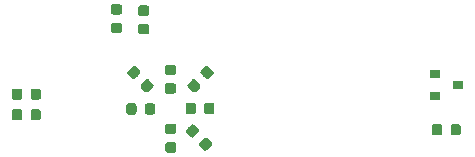
<source format=gbr>
G04 #@! TF.GenerationSoftware,KiCad,Pcbnew,(5.1.2)-1*
G04 #@! TF.CreationDate,2019-08-24T20:09:31-04:00*
G04 #@! TF.ProjectId,REV Type-C V3,52455620-5479-4706-952d-432056332e6b,rev?*
G04 #@! TF.SameCoordinates,Original*
G04 #@! TF.FileFunction,Paste,Bot*
G04 #@! TF.FilePolarity,Positive*
%FSLAX46Y46*%
G04 Gerber Fmt 4.6, Leading zero omitted, Abs format (unit mm)*
G04 Created by KiCad (PCBNEW (5.1.2)-1) date 2019-08-24 20:09:31*
%MOMM*%
%LPD*%
G04 APERTURE LIST*
%ADD10C,0.100000*%
%ADD11C,0.875000*%
%ADD12R,0.900000X0.800000*%
G04 APERTURE END LIST*
D10*
G36*
X126807681Y-79796379D02*
G01*
X126828916Y-79799529D01*
X126849740Y-79804745D01*
X126869952Y-79811977D01*
X126889358Y-79821156D01*
X126907771Y-79832192D01*
X126925014Y-79844980D01*
X126940920Y-79859396D01*
X126955336Y-79875302D01*
X126968124Y-79892545D01*
X126979160Y-79910958D01*
X126988339Y-79930364D01*
X126995571Y-79950576D01*
X127000787Y-79971400D01*
X127003937Y-79992635D01*
X127004990Y-80014076D01*
X127004990Y-80451576D01*
X127003937Y-80473017D01*
X127000787Y-80494252D01*
X126995571Y-80515076D01*
X126988339Y-80535288D01*
X126979160Y-80554694D01*
X126968124Y-80573107D01*
X126955336Y-80590350D01*
X126940920Y-80606256D01*
X126925014Y-80620672D01*
X126907771Y-80633460D01*
X126889358Y-80644496D01*
X126869952Y-80653675D01*
X126849740Y-80660907D01*
X126828916Y-80666123D01*
X126807681Y-80669273D01*
X126786240Y-80670326D01*
X126273740Y-80670326D01*
X126252299Y-80669273D01*
X126231064Y-80666123D01*
X126210240Y-80660907D01*
X126190028Y-80653675D01*
X126170622Y-80644496D01*
X126152209Y-80633460D01*
X126134966Y-80620672D01*
X126119060Y-80606256D01*
X126104644Y-80590350D01*
X126091856Y-80573107D01*
X126080820Y-80554694D01*
X126071641Y-80535288D01*
X126064409Y-80515076D01*
X126059193Y-80494252D01*
X126056043Y-80473017D01*
X126054990Y-80451576D01*
X126054990Y-80014076D01*
X126056043Y-79992635D01*
X126059193Y-79971400D01*
X126064409Y-79950576D01*
X126071641Y-79930364D01*
X126080820Y-79910958D01*
X126091856Y-79892545D01*
X126104644Y-79875302D01*
X126119060Y-79859396D01*
X126134966Y-79844980D01*
X126152209Y-79832192D01*
X126170622Y-79821156D01*
X126190028Y-79811977D01*
X126210240Y-79804745D01*
X126231064Y-79799529D01*
X126252299Y-79796379D01*
X126273740Y-79795326D01*
X126786240Y-79795326D01*
X126807681Y-79796379D01*
X126807681Y-79796379D01*
G37*
D11*
X126529990Y-80232826D03*
D10*
G36*
X126807681Y-78221379D02*
G01*
X126828916Y-78224529D01*
X126849740Y-78229745D01*
X126869952Y-78236977D01*
X126889358Y-78246156D01*
X126907771Y-78257192D01*
X126925014Y-78269980D01*
X126940920Y-78284396D01*
X126955336Y-78300302D01*
X126968124Y-78317545D01*
X126979160Y-78335958D01*
X126988339Y-78355364D01*
X126995571Y-78375576D01*
X127000787Y-78396400D01*
X127003937Y-78417635D01*
X127004990Y-78439076D01*
X127004990Y-78876576D01*
X127003937Y-78898017D01*
X127000787Y-78919252D01*
X126995571Y-78940076D01*
X126988339Y-78960288D01*
X126979160Y-78979694D01*
X126968124Y-78998107D01*
X126955336Y-79015350D01*
X126940920Y-79031256D01*
X126925014Y-79045672D01*
X126907771Y-79058460D01*
X126889358Y-79069496D01*
X126869952Y-79078675D01*
X126849740Y-79085907D01*
X126828916Y-79091123D01*
X126807681Y-79094273D01*
X126786240Y-79095326D01*
X126273740Y-79095326D01*
X126252299Y-79094273D01*
X126231064Y-79091123D01*
X126210240Y-79085907D01*
X126190028Y-79078675D01*
X126170622Y-79069496D01*
X126152209Y-79058460D01*
X126134966Y-79045672D01*
X126119060Y-79031256D01*
X126104644Y-79015350D01*
X126091856Y-78998107D01*
X126080820Y-78979694D01*
X126071641Y-78960288D01*
X126064409Y-78940076D01*
X126059193Y-78919252D01*
X126056043Y-78898017D01*
X126054990Y-78876576D01*
X126054990Y-78439076D01*
X126056043Y-78417635D01*
X126059193Y-78396400D01*
X126064409Y-78375576D01*
X126071641Y-78355364D01*
X126080820Y-78335958D01*
X126091856Y-78317545D01*
X126104644Y-78300302D01*
X126119060Y-78284396D01*
X126134966Y-78269980D01*
X126152209Y-78257192D01*
X126170622Y-78246156D01*
X126190028Y-78236977D01*
X126210240Y-78229745D01*
X126231064Y-78224529D01*
X126252299Y-78221379D01*
X126273740Y-78220326D01*
X126786240Y-78220326D01*
X126807681Y-78221379D01*
X126807681Y-78221379D01*
G37*
D11*
X126529990Y-78657826D03*
D10*
G36*
X128411111Y-78279580D02*
G01*
X128432346Y-78282730D01*
X128453170Y-78287946D01*
X128473382Y-78295178D01*
X128492788Y-78304357D01*
X128511201Y-78315393D01*
X128528444Y-78328181D01*
X128544350Y-78342597D01*
X128853709Y-78651956D01*
X128868125Y-78667862D01*
X128880913Y-78685105D01*
X128891949Y-78703518D01*
X128901128Y-78722924D01*
X128908360Y-78743136D01*
X128913576Y-78763960D01*
X128916726Y-78785195D01*
X128917779Y-78806636D01*
X128916726Y-78828077D01*
X128913576Y-78849312D01*
X128908360Y-78870136D01*
X128901128Y-78890348D01*
X128891949Y-78909754D01*
X128880913Y-78928167D01*
X128868125Y-78945410D01*
X128853709Y-78961316D01*
X128491316Y-79323709D01*
X128475410Y-79338125D01*
X128458167Y-79350913D01*
X128439754Y-79361949D01*
X128420348Y-79371128D01*
X128400136Y-79378360D01*
X128379312Y-79383576D01*
X128358077Y-79386726D01*
X128336636Y-79387779D01*
X128315195Y-79386726D01*
X128293960Y-79383576D01*
X128273136Y-79378360D01*
X128252924Y-79371128D01*
X128233518Y-79361949D01*
X128215105Y-79350913D01*
X128197862Y-79338125D01*
X128181956Y-79323709D01*
X127872597Y-79014350D01*
X127858181Y-78998444D01*
X127845393Y-78981201D01*
X127834357Y-78962788D01*
X127825178Y-78943382D01*
X127817946Y-78923170D01*
X127812730Y-78902346D01*
X127809580Y-78881111D01*
X127808527Y-78859670D01*
X127809580Y-78838229D01*
X127812730Y-78816994D01*
X127817946Y-78796170D01*
X127825178Y-78775958D01*
X127834357Y-78756552D01*
X127845393Y-78738139D01*
X127858181Y-78720896D01*
X127872597Y-78704990D01*
X128234990Y-78342597D01*
X128250896Y-78328181D01*
X128268139Y-78315393D01*
X128286552Y-78304357D01*
X128305958Y-78295178D01*
X128326170Y-78287946D01*
X128346994Y-78282730D01*
X128368229Y-78279580D01*
X128389670Y-78278527D01*
X128411111Y-78279580D01*
X128411111Y-78279580D01*
G37*
D11*
X128363153Y-78833153D03*
D10*
G36*
X129524805Y-79393274D02*
G01*
X129546040Y-79396424D01*
X129566864Y-79401640D01*
X129587076Y-79408872D01*
X129606482Y-79418051D01*
X129624895Y-79429087D01*
X129642138Y-79441875D01*
X129658044Y-79456291D01*
X129967403Y-79765650D01*
X129981819Y-79781556D01*
X129994607Y-79798799D01*
X130005643Y-79817212D01*
X130014822Y-79836618D01*
X130022054Y-79856830D01*
X130027270Y-79877654D01*
X130030420Y-79898889D01*
X130031473Y-79920330D01*
X130030420Y-79941771D01*
X130027270Y-79963006D01*
X130022054Y-79983830D01*
X130014822Y-80004042D01*
X130005643Y-80023448D01*
X129994607Y-80041861D01*
X129981819Y-80059104D01*
X129967403Y-80075010D01*
X129605010Y-80437403D01*
X129589104Y-80451819D01*
X129571861Y-80464607D01*
X129553448Y-80475643D01*
X129534042Y-80484822D01*
X129513830Y-80492054D01*
X129493006Y-80497270D01*
X129471771Y-80500420D01*
X129450330Y-80501473D01*
X129428889Y-80500420D01*
X129407654Y-80497270D01*
X129386830Y-80492054D01*
X129366618Y-80484822D01*
X129347212Y-80475643D01*
X129328799Y-80464607D01*
X129311556Y-80451819D01*
X129295650Y-80437403D01*
X128986291Y-80128044D01*
X128971875Y-80112138D01*
X128959087Y-80094895D01*
X128948051Y-80076482D01*
X128938872Y-80057076D01*
X128931640Y-80036864D01*
X128926424Y-80016040D01*
X128923274Y-79994805D01*
X128922221Y-79973364D01*
X128923274Y-79951923D01*
X128926424Y-79930688D01*
X128931640Y-79909864D01*
X128938872Y-79889652D01*
X128948051Y-79870246D01*
X128959087Y-79851833D01*
X128971875Y-79834590D01*
X128986291Y-79818684D01*
X129348684Y-79456291D01*
X129364590Y-79441875D01*
X129381833Y-79429087D01*
X129400246Y-79418051D01*
X129419652Y-79408872D01*
X129439864Y-79401640D01*
X129460688Y-79396424D01*
X129481923Y-79393274D01*
X129503364Y-79392221D01*
X129524805Y-79393274D01*
X129524805Y-79393274D01*
G37*
D11*
X129476847Y-79946847D03*
D10*
G36*
X123430191Y-76496053D02*
G01*
X123451426Y-76499203D01*
X123472250Y-76504419D01*
X123492462Y-76511651D01*
X123511868Y-76520830D01*
X123530281Y-76531866D01*
X123547524Y-76544654D01*
X123563430Y-76559070D01*
X123577846Y-76574976D01*
X123590634Y-76592219D01*
X123601670Y-76610632D01*
X123610849Y-76630038D01*
X123618081Y-76650250D01*
X123623297Y-76671074D01*
X123626447Y-76692309D01*
X123627500Y-76713750D01*
X123627500Y-77226250D01*
X123626447Y-77247691D01*
X123623297Y-77268926D01*
X123618081Y-77289750D01*
X123610849Y-77309962D01*
X123601670Y-77329368D01*
X123590634Y-77347781D01*
X123577846Y-77365024D01*
X123563430Y-77380930D01*
X123547524Y-77395346D01*
X123530281Y-77408134D01*
X123511868Y-77419170D01*
X123492462Y-77428349D01*
X123472250Y-77435581D01*
X123451426Y-77440797D01*
X123430191Y-77443947D01*
X123408750Y-77445000D01*
X122971250Y-77445000D01*
X122949809Y-77443947D01*
X122928574Y-77440797D01*
X122907750Y-77435581D01*
X122887538Y-77428349D01*
X122868132Y-77419170D01*
X122849719Y-77408134D01*
X122832476Y-77395346D01*
X122816570Y-77380930D01*
X122802154Y-77365024D01*
X122789366Y-77347781D01*
X122778330Y-77329368D01*
X122769151Y-77309962D01*
X122761919Y-77289750D01*
X122756703Y-77268926D01*
X122753553Y-77247691D01*
X122752500Y-77226250D01*
X122752500Y-76713750D01*
X122753553Y-76692309D01*
X122756703Y-76671074D01*
X122761919Y-76650250D01*
X122769151Y-76630038D01*
X122778330Y-76610632D01*
X122789366Y-76592219D01*
X122802154Y-76574976D01*
X122816570Y-76559070D01*
X122832476Y-76544654D01*
X122849719Y-76531866D01*
X122868132Y-76520830D01*
X122887538Y-76511651D01*
X122907750Y-76504419D01*
X122928574Y-76499203D01*
X122949809Y-76496053D01*
X122971250Y-76495000D01*
X123408750Y-76495000D01*
X123430191Y-76496053D01*
X123430191Y-76496053D01*
G37*
D11*
X123190000Y-76970000D03*
D10*
G36*
X125005191Y-76496053D02*
G01*
X125026426Y-76499203D01*
X125047250Y-76504419D01*
X125067462Y-76511651D01*
X125086868Y-76520830D01*
X125105281Y-76531866D01*
X125122524Y-76544654D01*
X125138430Y-76559070D01*
X125152846Y-76574976D01*
X125165634Y-76592219D01*
X125176670Y-76610632D01*
X125185849Y-76630038D01*
X125193081Y-76650250D01*
X125198297Y-76671074D01*
X125201447Y-76692309D01*
X125202500Y-76713750D01*
X125202500Y-77226250D01*
X125201447Y-77247691D01*
X125198297Y-77268926D01*
X125193081Y-77289750D01*
X125185849Y-77309962D01*
X125176670Y-77329368D01*
X125165634Y-77347781D01*
X125152846Y-77365024D01*
X125138430Y-77380930D01*
X125122524Y-77395346D01*
X125105281Y-77408134D01*
X125086868Y-77419170D01*
X125067462Y-77428349D01*
X125047250Y-77435581D01*
X125026426Y-77440797D01*
X125005191Y-77443947D01*
X124983750Y-77445000D01*
X124546250Y-77445000D01*
X124524809Y-77443947D01*
X124503574Y-77440797D01*
X124482750Y-77435581D01*
X124462538Y-77428349D01*
X124443132Y-77419170D01*
X124424719Y-77408134D01*
X124407476Y-77395346D01*
X124391570Y-77380930D01*
X124377154Y-77365024D01*
X124364366Y-77347781D01*
X124353330Y-77329368D01*
X124344151Y-77309962D01*
X124336919Y-77289750D01*
X124331703Y-77268926D01*
X124328553Y-77247691D01*
X124327500Y-77226250D01*
X124327500Y-76713750D01*
X124328553Y-76692309D01*
X124331703Y-76671074D01*
X124336919Y-76650250D01*
X124344151Y-76630038D01*
X124353330Y-76610632D01*
X124364366Y-76592219D01*
X124377154Y-76574976D01*
X124391570Y-76559070D01*
X124407476Y-76544654D01*
X124424719Y-76531866D01*
X124443132Y-76520830D01*
X124462538Y-76511651D01*
X124482750Y-76504419D01*
X124503574Y-76499203D01*
X124524809Y-76496053D01*
X124546250Y-76495000D01*
X124983750Y-76495000D01*
X125005191Y-76496053D01*
X125005191Y-76496053D01*
G37*
D11*
X124765000Y-76970000D03*
D10*
G36*
X130030191Y-76446053D02*
G01*
X130051426Y-76449203D01*
X130072250Y-76454419D01*
X130092462Y-76461651D01*
X130111868Y-76470830D01*
X130130281Y-76481866D01*
X130147524Y-76494654D01*
X130163430Y-76509070D01*
X130177846Y-76524976D01*
X130190634Y-76542219D01*
X130201670Y-76560632D01*
X130210849Y-76580038D01*
X130218081Y-76600250D01*
X130223297Y-76621074D01*
X130226447Y-76642309D01*
X130227500Y-76663750D01*
X130227500Y-77176250D01*
X130226447Y-77197691D01*
X130223297Y-77218926D01*
X130218081Y-77239750D01*
X130210849Y-77259962D01*
X130201670Y-77279368D01*
X130190634Y-77297781D01*
X130177846Y-77315024D01*
X130163430Y-77330930D01*
X130147524Y-77345346D01*
X130130281Y-77358134D01*
X130111868Y-77369170D01*
X130092462Y-77378349D01*
X130072250Y-77385581D01*
X130051426Y-77390797D01*
X130030191Y-77393947D01*
X130008750Y-77395000D01*
X129571250Y-77395000D01*
X129549809Y-77393947D01*
X129528574Y-77390797D01*
X129507750Y-77385581D01*
X129487538Y-77378349D01*
X129468132Y-77369170D01*
X129449719Y-77358134D01*
X129432476Y-77345346D01*
X129416570Y-77330930D01*
X129402154Y-77315024D01*
X129389366Y-77297781D01*
X129378330Y-77279368D01*
X129369151Y-77259962D01*
X129361919Y-77239750D01*
X129356703Y-77218926D01*
X129353553Y-77197691D01*
X129352500Y-77176250D01*
X129352500Y-76663750D01*
X129353553Y-76642309D01*
X129356703Y-76621074D01*
X129361919Y-76600250D01*
X129369151Y-76580038D01*
X129378330Y-76560632D01*
X129389366Y-76542219D01*
X129402154Y-76524976D01*
X129416570Y-76509070D01*
X129432476Y-76494654D01*
X129449719Y-76481866D01*
X129468132Y-76470830D01*
X129487538Y-76461651D01*
X129507750Y-76454419D01*
X129528574Y-76449203D01*
X129549809Y-76446053D01*
X129571250Y-76445000D01*
X130008750Y-76445000D01*
X130030191Y-76446053D01*
X130030191Y-76446053D01*
G37*
D11*
X129790000Y-76920000D03*
D10*
G36*
X128455191Y-76446053D02*
G01*
X128476426Y-76449203D01*
X128497250Y-76454419D01*
X128517462Y-76461651D01*
X128536868Y-76470830D01*
X128555281Y-76481866D01*
X128572524Y-76494654D01*
X128588430Y-76509070D01*
X128602846Y-76524976D01*
X128615634Y-76542219D01*
X128626670Y-76560632D01*
X128635849Y-76580038D01*
X128643081Y-76600250D01*
X128648297Y-76621074D01*
X128651447Y-76642309D01*
X128652500Y-76663750D01*
X128652500Y-77176250D01*
X128651447Y-77197691D01*
X128648297Y-77218926D01*
X128643081Y-77239750D01*
X128635849Y-77259962D01*
X128626670Y-77279368D01*
X128615634Y-77297781D01*
X128602846Y-77315024D01*
X128588430Y-77330930D01*
X128572524Y-77345346D01*
X128555281Y-77358134D01*
X128536868Y-77369170D01*
X128517462Y-77378349D01*
X128497250Y-77385581D01*
X128476426Y-77390797D01*
X128455191Y-77393947D01*
X128433750Y-77395000D01*
X127996250Y-77395000D01*
X127974809Y-77393947D01*
X127953574Y-77390797D01*
X127932750Y-77385581D01*
X127912538Y-77378349D01*
X127893132Y-77369170D01*
X127874719Y-77358134D01*
X127857476Y-77345346D01*
X127841570Y-77330930D01*
X127827154Y-77315024D01*
X127814366Y-77297781D01*
X127803330Y-77279368D01*
X127794151Y-77259962D01*
X127786919Y-77239750D01*
X127781703Y-77218926D01*
X127778553Y-77197691D01*
X127777500Y-77176250D01*
X127777500Y-76663750D01*
X127778553Y-76642309D01*
X127781703Y-76621074D01*
X127786919Y-76600250D01*
X127794151Y-76580038D01*
X127803330Y-76560632D01*
X127814366Y-76542219D01*
X127827154Y-76524976D01*
X127841570Y-76509070D01*
X127857476Y-76494654D01*
X127874719Y-76481866D01*
X127893132Y-76470830D01*
X127912538Y-76461651D01*
X127932750Y-76454419D01*
X127953574Y-76449203D01*
X127974809Y-76446053D01*
X127996250Y-76445000D01*
X128433750Y-76445000D01*
X128455191Y-76446053D01*
X128455191Y-76446053D01*
G37*
D11*
X128215000Y-76920000D03*
D10*
G36*
X115327691Y-76996053D02*
G01*
X115348926Y-76999203D01*
X115369750Y-77004419D01*
X115389962Y-77011651D01*
X115409368Y-77020830D01*
X115427781Y-77031866D01*
X115445024Y-77044654D01*
X115460930Y-77059070D01*
X115475346Y-77074976D01*
X115488134Y-77092219D01*
X115499170Y-77110632D01*
X115508349Y-77130038D01*
X115515581Y-77150250D01*
X115520797Y-77171074D01*
X115523947Y-77192309D01*
X115525000Y-77213750D01*
X115525000Y-77726250D01*
X115523947Y-77747691D01*
X115520797Y-77768926D01*
X115515581Y-77789750D01*
X115508349Y-77809962D01*
X115499170Y-77829368D01*
X115488134Y-77847781D01*
X115475346Y-77865024D01*
X115460930Y-77880930D01*
X115445024Y-77895346D01*
X115427781Y-77908134D01*
X115409368Y-77919170D01*
X115389962Y-77928349D01*
X115369750Y-77935581D01*
X115348926Y-77940797D01*
X115327691Y-77943947D01*
X115306250Y-77945000D01*
X114868750Y-77945000D01*
X114847309Y-77943947D01*
X114826074Y-77940797D01*
X114805250Y-77935581D01*
X114785038Y-77928349D01*
X114765632Y-77919170D01*
X114747219Y-77908134D01*
X114729976Y-77895346D01*
X114714070Y-77880930D01*
X114699654Y-77865024D01*
X114686866Y-77847781D01*
X114675830Y-77829368D01*
X114666651Y-77809962D01*
X114659419Y-77789750D01*
X114654203Y-77768926D01*
X114651053Y-77747691D01*
X114650000Y-77726250D01*
X114650000Y-77213750D01*
X114651053Y-77192309D01*
X114654203Y-77171074D01*
X114659419Y-77150250D01*
X114666651Y-77130038D01*
X114675830Y-77110632D01*
X114686866Y-77092219D01*
X114699654Y-77074976D01*
X114714070Y-77059070D01*
X114729976Y-77044654D01*
X114747219Y-77031866D01*
X114765632Y-77020830D01*
X114785038Y-77011651D01*
X114805250Y-77004419D01*
X114826074Y-76999203D01*
X114847309Y-76996053D01*
X114868750Y-76995000D01*
X115306250Y-76995000D01*
X115327691Y-76996053D01*
X115327691Y-76996053D01*
G37*
D11*
X115087500Y-77470000D03*
D10*
G36*
X113752691Y-76996053D02*
G01*
X113773926Y-76999203D01*
X113794750Y-77004419D01*
X113814962Y-77011651D01*
X113834368Y-77020830D01*
X113852781Y-77031866D01*
X113870024Y-77044654D01*
X113885930Y-77059070D01*
X113900346Y-77074976D01*
X113913134Y-77092219D01*
X113924170Y-77110632D01*
X113933349Y-77130038D01*
X113940581Y-77150250D01*
X113945797Y-77171074D01*
X113948947Y-77192309D01*
X113950000Y-77213750D01*
X113950000Y-77726250D01*
X113948947Y-77747691D01*
X113945797Y-77768926D01*
X113940581Y-77789750D01*
X113933349Y-77809962D01*
X113924170Y-77829368D01*
X113913134Y-77847781D01*
X113900346Y-77865024D01*
X113885930Y-77880930D01*
X113870024Y-77895346D01*
X113852781Y-77908134D01*
X113834368Y-77919170D01*
X113814962Y-77928349D01*
X113794750Y-77935581D01*
X113773926Y-77940797D01*
X113752691Y-77943947D01*
X113731250Y-77945000D01*
X113293750Y-77945000D01*
X113272309Y-77943947D01*
X113251074Y-77940797D01*
X113230250Y-77935581D01*
X113210038Y-77928349D01*
X113190632Y-77919170D01*
X113172219Y-77908134D01*
X113154976Y-77895346D01*
X113139070Y-77880930D01*
X113124654Y-77865024D01*
X113111866Y-77847781D01*
X113100830Y-77829368D01*
X113091651Y-77809962D01*
X113084419Y-77789750D01*
X113079203Y-77768926D01*
X113076053Y-77747691D01*
X113075000Y-77726250D01*
X113075000Y-77213750D01*
X113076053Y-77192309D01*
X113079203Y-77171074D01*
X113084419Y-77150250D01*
X113091651Y-77130038D01*
X113100830Y-77110632D01*
X113111866Y-77092219D01*
X113124654Y-77074976D01*
X113139070Y-77059070D01*
X113154976Y-77044654D01*
X113172219Y-77031866D01*
X113190632Y-77020830D01*
X113210038Y-77011651D01*
X113230250Y-77004419D01*
X113251074Y-76999203D01*
X113272309Y-76996053D01*
X113293750Y-76995000D01*
X113731250Y-76995000D01*
X113752691Y-76996053D01*
X113752691Y-76996053D01*
G37*
D11*
X113512500Y-77470000D03*
D10*
G36*
X115327691Y-75243553D02*
G01*
X115348926Y-75246703D01*
X115369750Y-75251919D01*
X115389962Y-75259151D01*
X115409368Y-75268330D01*
X115427781Y-75279366D01*
X115445024Y-75292154D01*
X115460930Y-75306570D01*
X115475346Y-75322476D01*
X115488134Y-75339719D01*
X115499170Y-75358132D01*
X115508349Y-75377538D01*
X115515581Y-75397750D01*
X115520797Y-75418574D01*
X115523947Y-75439809D01*
X115525000Y-75461250D01*
X115525000Y-75973750D01*
X115523947Y-75995191D01*
X115520797Y-76016426D01*
X115515581Y-76037250D01*
X115508349Y-76057462D01*
X115499170Y-76076868D01*
X115488134Y-76095281D01*
X115475346Y-76112524D01*
X115460930Y-76128430D01*
X115445024Y-76142846D01*
X115427781Y-76155634D01*
X115409368Y-76166670D01*
X115389962Y-76175849D01*
X115369750Y-76183081D01*
X115348926Y-76188297D01*
X115327691Y-76191447D01*
X115306250Y-76192500D01*
X114868750Y-76192500D01*
X114847309Y-76191447D01*
X114826074Y-76188297D01*
X114805250Y-76183081D01*
X114785038Y-76175849D01*
X114765632Y-76166670D01*
X114747219Y-76155634D01*
X114729976Y-76142846D01*
X114714070Y-76128430D01*
X114699654Y-76112524D01*
X114686866Y-76095281D01*
X114675830Y-76076868D01*
X114666651Y-76057462D01*
X114659419Y-76037250D01*
X114654203Y-76016426D01*
X114651053Y-75995191D01*
X114650000Y-75973750D01*
X114650000Y-75461250D01*
X114651053Y-75439809D01*
X114654203Y-75418574D01*
X114659419Y-75397750D01*
X114666651Y-75377538D01*
X114675830Y-75358132D01*
X114686866Y-75339719D01*
X114699654Y-75322476D01*
X114714070Y-75306570D01*
X114729976Y-75292154D01*
X114747219Y-75279366D01*
X114765632Y-75268330D01*
X114785038Y-75259151D01*
X114805250Y-75251919D01*
X114826074Y-75246703D01*
X114847309Y-75243553D01*
X114868750Y-75242500D01*
X115306250Y-75242500D01*
X115327691Y-75243553D01*
X115327691Y-75243553D01*
G37*
D11*
X115087500Y-75717500D03*
D10*
G36*
X113752691Y-75243553D02*
G01*
X113773926Y-75246703D01*
X113794750Y-75251919D01*
X113814962Y-75259151D01*
X113834368Y-75268330D01*
X113852781Y-75279366D01*
X113870024Y-75292154D01*
X113885930Y-75306570D01*
X113900346Y-75322476D01*
X113913134Y-75339719D01*
X113924170Y-75358132D01*
X113933349Y-75377538D01*
X113940581Y-75397750D01*
X113945797Y-75418574D01*
X113948947Y-75439809D01*
X113950000Y-75461250D01*
X113950000Y-75973750D01*
X113948947Y-75995191D01*
X113945797Y-76016426D01*
X113940581Y-76037250D01*
X113933349Y-76057462D01*
X113924170Y-76076868D01*
X113913134Y-76095281D01*
X113900346Y-76112524D01*
X113885930Y-76128430D01*
X113870024Y-76142846D01*
X113852781Y-76155634D01*
X113834368Y-76166670D01*
X113814962Y-76175849D01*
X113794750Y-76183081D01*
X113773926Y-76188297D01*
X113752691Y-76191447D01*
X113731250Y-76192500D01*
X113293750Y-76192500D01*
X113272309Y-76191447D01*
X113251074Y-76188297D01*
X113230250Y-76183081D01*
X113210038Y-76175849D01*
X113190632Y-76166670D01*
X113172219Y-76155634D01*
X113154976Y-76142846D01*
X113139070Y-76128430D01*
X113124654Y-76112524D01*
X113111866Y-76095281D01*
X113100830Y-76076868D01*
X113091651Y-76057462D01*
X113084419Y-76037250D01*
X113079203Y-76016426D01*
X113076053Y-75995191D01*
X113075000Y-75973750D01*
X113075000Y-75461250D01*
X113076053Y-75439809D01*
X113079203Y-75418574D01*
X113084419Y-75397750D01*
X113091651Y-75377538D01*
X113100830Y-75358132D01*
X113111866Y-75339719D01*
X113124654Y-75322476D01*
X113139070Y-75306570D01*
X113154976Y-75292154D01*
X113172219Y-75279366D01*
X113190632Y-75268330D01*
X113210038Y-75259151D01*
X113230250Y-75251919D01*
X113251074Y-75246703D01*
X113272309Y-75243553D01*
X113293750Y-75242500D01*
X113731250Y-75242500D01*
X113752691Y-75243553D01*
X113752691Y-75243553D01*
G37*
D11*
X113512500Y-75717500D03*
D10*
G36*
X123451111Y-73337080D02*
G01*
X123472346Y-73340230D01*
X123493170Y-73345446D01*
X123513382Y-73352678D01*
X123532788Y-73361857D01*
X123551201Y-73372893D01*
X123568444Y-73385681D01*
X123584350Y-73400097D01*
X123893709Y-73709456D01*
X123908125Y-73725362D01*
X123920913Y-73742605D01*
X123931949Y-73761018D01*
X123941128Y-73780424D01*
X123948360Y-73800636D01*
X123953576Y-73821460D01*
X123956726Y-73842695D01*
X123957779Y-73864136D01*
X123956726Y-73885577D01*
X123953576Y-73906812D01*
X123948360Y-73927636D01*
X123941128Y-73947848D01*
X123931949Y-73967254D01*
X123920913Y-73985667D01*
X123908125Y-74002910D01*
X123893709Y-74018816D01*
X123531316Y-74381209D01*
X123515410Y-74395625D01*
X123498167Y-74408413D01*
X123479754Y-74419449D01*
X123460348Y-74428628D01*
X123440136Y-74435860D01*
X123419312Y-74441076D01*
X123398077Y-74444226D01*
X123376636Y-74445279D01*
X123355195Y-74444226D01*
X123333960Y-74441076D01*
X123313136Y-74435860D01*
X123292924Y-74428628D01*
X123273518Y-74419449D01*
X123255105Y-74408413D01*
X123237862Y-74395625D01*
X123221956Y-74381209D01*
X122912597Y-74071850D01*
X122898181Y-74055944D01*
X122885393Y-74038701D01*
X122874357Y-74020288D01*
X122865178Y-74000882D01*
X122857946Y-73980670D01*
X122852730Y-73959846D01*
X122849580Y-73938611D01*
X122848527Y-73917170D01*
X122849580Y-73895729D01*
X122852730Y-73874494D01*
X122857946Y-73853670D01*
X122865178Y-73833458D01*
X122874357Y-73814052D01*
X122885393Y-73795639D01*
X122898181Y-73778396D01*
X122912597Y-73762490D01*
X123274990Y-73400097D01*
X123290896Y-73385681D01*
X123308139Y-73372893D01*
X123326552Y-73361857D01*
X123345958Y-73352678D01*
X123366170Y-73345446D01*
X123386994Y-73340230D01*
X123408229Y-73337080D01*
X123429670Y-73336027D01*
X123451111Y-73337080D01*
X123451111Y-73337080D01*
G37*
D11*
X123403153Y-73890653D03*
D10*
G36*
X124564805Y-74450774D02*
G01*
X124586040Y-74453924D01*
X124606864Y-74459140D01*
X124627076Y-74466372D01*
X124646482Y-74475551D01*
X124664895Y-74486587D01*
X124682138Y-74499375D01*
X124698044Y-74513791D01*
X125007403Y-74823150D01*
X125021819Y-74839056D01*
X125034607Y-74856299D01*
X125045643Y-74874712D01*
X125054822Y-74894118D01*
X125062054Y-74914330D01*
X125067270Y-74935154D01*
X125070420Y-74956389D01*
X125071473Y-74977830D01*
X125070420Y-74999271D01*
X125067270Y-75020506D01*
X125062054Y-75041330D01*
X125054822Y-75061542D01*
X125045643Y-75080948D01*
X125034607Y-75099361D01*
X125021819Y-75116604D01*
X125007403Y-75132510D01*
X124645010Y-75494903D01*
X124629104Y-75509319D01*
X124611861Y-75522107D01*
X124593448Y-75533143D01*
X124574042Y-75542322D01*
X124553830Y-75549554D01*
X124533006Y-75554770D01*
X124511771Y-75557920D01*
X124490330Y-75558973D01*
X124468889Y-75557920D01*
X124447654Y-75554770D01*
X124426830Y-75549554D01*
X124406618Y-75542322D01*
X124387212Y-75533143D01*
X124368799Y-75522107D01*
X124351556Y-75509319D01*
X124335650Y-75494903D01*
X124026291Y-75185544D01*
X124011875Y-75169638D01*
X123999087Y-75152395D01*
X123988051Y-75133982D01*
X123978872Y-75114576D01*
X123971640Y-75094364D01*
X123966424Y-75073540D01*
X123963274Y-75052305D01*
X123962221Y-75030864D01*
X123963274Y-75009423D01*
X123966424Y-74988188D01*
X123971640Y-74967364D01*
X123978872Y-74947152D01*
X123988051Y-74927746D01*
X123999087Y-74909333D01*
X124011875Y-74892090D01*
X124026291Y-74876184D01*
X124388684Y-74513791D01*
X124404590Y-74499375D01*
X124421833Y-74486587D01*
X124440246Y-74475551D01*
X124459652Y-74466372D01*
X124479864Y-74459140D01*
X124500688Y-74453924D01*
X124521923Y-74450774D01*
X124543364Y-74449721D01*
X124564805Y-74450774D01*
X124564805Y-74450774D01*
G37*
D11*
X124516847Y-75004347D03*
D10*
G36*
X126777691Y-74798553D02*
G01*
X126798926Y-74801703D01*
X126819750Y-74806919D01*
X126839962Y-74814151D01*
X126859368Y-74823330D01*
X126877781Y-74834366D01*
X126895024Y-74847154D01*
X126910930Y-74861570D01*
X126925346Y-74877476D01*
X126938134Y-74894719D01*
X126949170Y-74913132D01*
X126958349Y-74932538D01*
X126965581Y-74952750D01*
X126970797Y-74973574D01*
X126973947Y-74994809D01*
X126975000Y-75016250D01*
X126975000Y-75453750D01*
X126973947Y-75475191D01*
X126970797Y-75496426D01*
X126965581Y-75517250D01*
X126958349Y-75537462D01*
X126949170Y-75556868D01*
X126938134Y-75575281D01*
X126925346Y-75592524D01*
X126910930Y-75608430D01*
X126895024Y-75622846D01*
X126877781Y-75635634D01*
X126859368Y-75646670D01*
X126839962Y-75655849D01*
X126819750Y-75663081D01*
X126798926Y-75668297D01*
X126777691Y-75671447D01*
X126756250Y-75672500D01*
X126243750Y-75672500D01*
X126222309Y-75671447D01*
X126201074Y-75668297D01*
X126180250Y-75663081D01*
X126160038Y-75655849D01*
X126140632Y-75646670D01*
X126122219Y-75635634D01*
X126104976Y-75622846D01*
X126089070Y-75608430D01*
X126074654Y-75592524D01*
X126061866Y-75575281D01*
X126050830Y-75556868D01*
X126041651Y-75537462D01*
X126034419Y-75517250D01*
X126029203Y-75496426D01*
X126026053Y-75475191D01*
X126025000Y-75453750D01*
X126025000Y-75016250D01*
X126026053Y-74994809D01*
X126029203Y-74973574D01*
X126034419Y-74952750D01*
X126041651Y-74932538D01*
X126050830Y-74913132D01*
X126061866Y-74894719D01*
X126074654Y-74877476D01*
X126089070Y-74861570D01*
X126104976Y-74847154D01*
X126122219Y-74834366D01*
X126140632Y-74823330D01*
X126160038Y-74814151D01*
X126180250Y-74806919D01*
X126201074Y-74801703D01*
X126222309Y-74798553D01*
X126243750Y-74797500D01*
X126756250Y-74797500D01*
X126777691Y-74798553D01*
X126777691Y-74798553D01*
G37*
D11*
X126500000Y-75235000D03*
D10*
G36*
X126777691Y-73223553D02*
G01*
X126798926Y-73226703D01*
X126819750Y-73231919D01*
X126839962Y-73239151D01*
X126859368Y-73248330D01*
X126877781Y-73259366D01*
X126895024Y-73272154D01*
X126910930Y-73286570D01*
X126925346Y-73302476D01*
X126938134Y-73319719D01*
X126949170Y-73338132D01*
X126958349Y-73357538D01*
X126965581Y-73377750D01*
X126970797Y-73398574D01*
X126973947Y-73419809D01*
X126975000Y-73441250D01*
X126975000Y-73878750D01*
X126973947Y-73900191D01*
X126970797Y-73921426D01*
X126965581Y-73942250D01*
X126958349Y-73962462D01*
X126949170Y-73981868D01*
X126938134Y-74000281D01*
X126925346Y-74017524D01*
X126910930Y-74033430D01*
X126895024Y-74047846D01*
X126877781Y-74060634D01*
X126859368Y-74071670D01*
X126839962Y-74080849D01*
X126819750Y-74088081D01*
X126798926Y-74093297D01*
X126777691Y-74096447D01*
X126756250Y-74097500D01*
X126243750Y-74097500D01*
X126222309Y-74096447D01*
X126201074Y-74093297D01*
X126180250Y-74088081D01*
X126160038Y-74080849D01*
X126140632Y-74071670D01*
X126122219Y-74060634D01*
X126104976Y-74047846D01*
X126089070Y-74033430D01*
X126074654Y-74017524D01*
X126061866Y-74000281D01*
X126050830Y-73981868D01*
X126041651Y-73962462D01*
X126034419Y-73942250D01*
X126029203Y-73921426D01*
X126026053Y-73900191D01*
X126025000Y-73878750D01*
X126025000Y-73441250D01*
X126026053Y-73419809D01*
X126029203Y-73398574D01*
X126034419Y-73377750D01*
X126041651Y-73357538D01*
X126050830Y-73338132D01*
X126061866Y-73319719D01*
X126074654Y-73302476D01*
X126089070Y-73286570D01*
X126104976Y-73272154D01*
X126122219Y-73259366D01*
X126140632Y-73248330D01*
X126160038Y-73239151D01*
X126180250Y-73231919D01*
X126201074Y-73226703D01*
X126222309Y-73223553D01*
X126243750Y-73222500D01*
X126756250Y-73222500D01*
X126777691Y-73223553D01*
X126777691Y-73223553D01*
G37*
D11*
X126500000Y-73660000D03*
D10*
G36*
X128478077Y-74450774D02*
G01*
X128499312Y-74453924D01*
X128520136Y-74459140D01*
X128540348Y-74466372D01*
X128559754Y-74475551D01*
X128578167Y-74486587D01*
X128595410Y-74499375D01*
X128611316Y-74513791D01*
X128973709Y-74876184D01*
X128988125Y-74892090D01*
X129000913Y-74909333D01*
X129011949Y-74927746D01*
X129021128Y-74947152D01*
X129028360Y-74967364D01*
X129033576Y-74988188D01*
X129036726Y-75009423D01*
X129037779Y-75030864D01*
X129036726Y-75052305D01*
X129033576Y-75073540D01*
X129028360Y-75094364D01*
X129021128Y-75114576D01*
X129011949Y-75133982D01*
X129000913Y-75152395D01*
X128988125Y-75169638D01*
X128973709Y-75185544D01*
X128664350Y-75494903D01*
X128648444Y-75509319D01*
X128631201Y-75522107D01*
X128612788Y-75533143D01*
X128593382Y-75542322D01*
X128573170Y-75549554D01*
X128552346Y-75554770D01*
X128531111Y-75557920D01*
X128509670Y-75558973D01*
X128488229Y-75557920D01*
X128466994Y-75554770D01*
X128446170Y-75549554D01*
X128425958Y-75542322D01*
X128406552Y-75533143D01*
X128388139Y-75522107D01*
X128370896Y-75509319D01*
X128354990Y-75494903D01*
X127992597Y-75132510D01*
X127978181Y-75116604D01*
X127965393Y-75099361D01*
X127954357Y-75080948D01*
X127945178Y-75061542D01*
X127937946Y-75041330D01*
X127932730Y-75020506D01*
X127929580Y-74999271D01*
X127928527Y-74977830D01*
X127929580Y-74956389D01*
X127932730Y-74935154D01*
X127937946Y-74914330D01*
X127945178Y-74894118D01*
X127954357Y-74874712D01*
X127965393Y-74856299D01*
X127978181Y-74839056D01*
X127992597Y-74823150D01*
X128301956Y-74513791D01*
X128317862Y-74499375D01*
X128335105Y-74486587D01*
X128353518Y-74475551D01*
X128372924Y-74466372D01*
X128393136Y-74459140D01*
X128413960Y-74453924D01*
X128435195Y-74450774D01*
X128456636Y-74449721D01*
X128478077Y-74450774D01*
X128478077Y-74450774D01*
G37*
D11*
X128483153Y-75004347D03*
D10*
G36*
X129591771Y-73337080D02*
G01*
X129613006Y-73340230D01*
X129633830Y-73345446D01*
X129654042Y-73352678D01*
X129673448Y-73361857D01*
X129691861Y-73372893D01*
X129709104Y-73385681D01*
X129725010Y-73400097D01*
X130087403Y-73762490D01*
X130101819Y-73778396D01*
X130114607Y-73795639D01*
X130125643Y-73814052D01*
X130134822Y-73833458D01*
X130142054Y-73853670D01*
X130147270Y-73874494D01*
X130150420Y-73895729D01*
X130151473Y-73917170D01*
X130150420Y-73938611D01*
X130147270Y-73959846D01*
X130142054Y-73980670D01*
X130134822Y-74000882D01*
X130125643Y-74020288D01*
X130114607Y-74038701D01*
X130101819Y-74055944D01*
X130087403Y-74071850D01*
X129778044Y-74381209D01*
X129762138Y-74395625D01*
X129744895Y-74408413D01*
X129726482Y-74419449D01*
X129707076Y-74428628D01*
X129686864Y-74435860D01*
X129666040Y-74441076D01*
X129644805Y-74444226D01*
X129623364Y-74445279D01*
X129601923Y-74444226D01*
X129580688Y-74441076D01*
X129559864Y-74435860D01*
X129539652Y-74428628D01*
X129520246Y-74419449D01*
X129501833Y-74408413D01*
X129484590Y-74395625D01*
X129468684Y-74381209D01*
X129106291Y-74018816D01*
X129091875Y-74002910D01*
X129079087Y-73985667D01*
X129068051Y-73967254D01*
X129058872Y-73947848D01*
X129051640Y-73927636D01*
X129046424Y-73906812D01*
X129043274Y-73885577D01*
X129042221Y-73864136D01*
X129043274Y-73842695D01*
X129046424Y-73821460D01*
X129051640Y-73800636D01*
X129058872Y-73780424D01*
X129068051Y-73761018D01*
X129079087Y-73742605D01*
X129091875Y-73725362D01*
X129106291Y-73709456D01*
X129415650Y-73400097D01*
X129431556Y-73385681D01*
X129448799Y-73372893D01*
X129467212Y-73361857D01*
X129486618Y-73352678D01*
X129506830Y-73345446D01*
X129527654Y-73340230D01*
X129548889Y-73337080D01*
X129570330Y-73336027D01*
X129591771Y-73337080D01*
X129591771Y-73337080D01*
G37*
D11*
X129596847Y-73890653D03*
D12*
X150860000Y-74930000D03*
X148860000Y-73980000D03*
X148860000Y-75880000D03*
D10*
G36*
X124497691Y-69781053D02*
G01*
X124518926Y-69784203D01*
X124539750Y-69789419D01*
X124559962Y-69796651D01*
X124579368Y-69805830D01*
X124597781Y-69816866D01*
X124615024Y-69829654D01*
X124630930Y-69844070D01*
X124645346Y-69859976D01*
X124658134Y-69877219D01*
X124669170Y-69895632D01*
X124678349Y-69915038D01*
X124685581Y-69935250D01*
X124690797Y-69956074D01*
X124693947Y-69977309D01*
X124695000Y-69998750D01*
X124695000Y-70436250D01*
X124693947Y-70457691D01*
X124690797Y-70478926D01*
X124685581Y-70499750D01*
X124678349Y-70519962D01*
X124669170Y-70539368D01*
X124658134Y-70557781D01*
X124645346Y-70575024D01*
X124630930Y-70590930D01*
X124615024Y-70605346D01*
X124597781Y-70618134D01*
X124579368Y-70629170D01*
X124559962Y-70638349D01*
X124539750Y-70645581D01*
X124518926Y-70650797D01*
X124497691Y-70653947D01*
X124476250Y-70655000D01*
X123963750Y-70655000D01*
X123942309Y-70653947D01*
X123921074Y-70650797D01*
X123900250Y-70645581D01*
X123880038Y-70638349D01*
X123860632Y-70629170D01*
X123842219Y-70618134D01*
X123824976Y-70605346D01*
X123809070Y-70590930D01*
X123794654Y-70575024D01*
X123781866Y-70557781D01*
X123770830Y-70539368D01*
X123761651Y-70519962D01*
X123754419Y-70499750D01*
X123749203Y-70478926D01*
X123746053Y-70457691D01*
X123745000Y-70436250D01*
X123745000Y-69998750D01*
X123746053Y-69977309D01*
X123749203Y-69956074D01*
X123754419Y-69935250D01*
X123761651Y-69915038D01*
X123770830Y-69895632D01*
X123781866Y-69877219D01*
X123794654Y-69859976D01*
X123809070Y-69844070D01*
X123824976Y-69829654D01*
X123842219Y-69816866D01*
X123860632Y-69805830D01*
X123880038Y-69796651D01*
X123900250Y-69789419D01*
X123921074Y-69784203D01*
X123942309Y-69781053D01*
X123963750Y-69780000D01*
X124476250Y-69780000D01*
X124497691Y-69781053D01*
X124497691Y-69781053D01*
G37*
D11*
X124220000Y-70217500D03*
D10*
G36*
X124497691Y-68206053D02*
G01*
X124518926Y-68209203D01*
X124539750Y-68214419D01*
X124559962Y-68221651D01*
X124579368Y-68230830D01*
X124597781Y-68241866D01*
X124615024Y-68254654D01*
X124630930Y-68269070D01*
X124645346Y-68284976D01*
X124658134Y-68302219D01*
X124669170Y-68320632D01*
X124678349Y-68340038D01*
X124685581Y-68360250D01*
X124690797Y-68381074D01*
X124693947Y-68402309D01*
X124695000Y-68423750D01*
X124695000Y-68861250D01*
X124693947Y-68882691D01*
X124690797Y-68903926D01*
X124685581Y-68924750D01*
X124678349Y-68944962D01*
X124669170Y-68964368D01*
X124658134Y-68982781D01*
X124645346Y-69000024D01*
X124630930Y-69015930D01*
X124615024Y-69030346D01*
X124597781Y-69043134D01*
X124579368Y-69054170D01*
X124559962Y-69063349D01*
X124539750Y-69070581D01*
X124518926Y-69075797D01*
X124497691Y-69078947D01*
X124476250Y-69080000D01*
X123963750Y-69080000D01*
X123942309Y-69078947D01*
X123921074Y-69075797D01*
X123900250Y-69070581D01*
X123880038Y-69063349D01*
X123860632Y-69054170D01*
X123842219Y-69043134D01*
X123824976Y-69030346D01*
X123809070Y-69015930D01*
X123794654Y-69000024D01*
X123781866Y-68982781D01*
X123770830Y-68964368D01*
X123761651Y-68944962D01*
X123754419Y-68924750D01*
X123749203Y-68903926D01*
X123746053Y-68882691D01*
X123745000Y-68861250D01*
X123745000Y-68423750D01*
X123746053Y-68402309D01*
X123749203Y-68381074D01*
X123754419Y-68360250D01*
X123761651Y-68340038D01*
X123770830Y-68320632D01*
X123781866Y-68302219D01*
X123794654Y-68284976D01*
X123809070Y-68269070D01*
X123824976Y-68254654D01*
X123842219Y-68241866D01*
X123860632Y-68230830D01*
X123880038Y-68221651D01*
X123900250Y-68214419D01*
X123921074Y-68209203D01*
X123942309Y-68206053D01*
X123963750Y-68205000D01*
X124476250Y-68205000D01*
X124497691Y-68206053D01*
X124497691Y-68206053D01*
G37*
D11*
X124220000Y-68642500D03*
D10*
G36*
X122197691Y-69681053D02*
G01*
X122218926Y-69684203D01*
X122239750Y-69689419D01*
X122259962Y-69696651D01*
X122279368Y-69705830D01*
X122297781Y-69716866D01*
X122315024Y-69729654D01*
X122330930Y-69744070D01*
X122345346Y-69759976D01*
X122358134Y-69777219D01*
X122369170Y-69795632D01*
X122378349Y-69815038D01*
X122385581Y-69835250D01*
X122390797Y-69856074D01*
X122393947Y-69877309D01*
X122395000Y-69898750D01*
X122395000Y-70336250D01*
X122393947Y-70357691D01*
X122390797Y-70378926D01*
X122385581Y-70399750D01*
X122378349Y-70419962D01*
X122369170Y-70439368D01*
X122358134Y-70457781D01*
X122345346Y-70475024D01*
X122330930Y-70490930D01*
X122315024Y-70505346D01*
X122297781Y-70518134D01*
X122279368Y-70529170D01*
X122259962Y-70538349D01*
X122239750Y-70545581D01*
X122218926Y-70550797D01*
X122197691Y-70553947D01*
X122176250Y-70555000D01*
X121663750Y-70555000D01*
X121642309Y-70553947D01*
X121621074Y-70550797D01*
X121600250Y-70545581D01*
X121580038Y-70538349D01*
X121560632Y-70529170D01*
X121542219Y-70518134D01*
X121524976Y-70505346D01*
X121509070Y-70490930D01*
X121494654Y-70475024D01*
X121481866Y-70457781D01*
X121470830Y-70439368D01*
X121461651Y-70419962D01*
X121454419Y-70399750D01*
X121449203Y-70378926D01*
X121446053Y-70357691D01*
X121445000Y-70336250D01*
X121445000Y-69898750D01*
X121446053Y-69877309D01*
X121449203Y-69856074D01*
X121454419Y-69835250D01*
X121461651Y-69815038D01*
X121470830Y-69795632D01*
X121481866Y-69777219D01*
X121494654Y-69759976D01*
X121509070Y-69744070D01*
X121524976Y-69729654D01*
X121542219Y-69716866D01*
X121560632Y-69705830D01*
X121580038Y-69696651D01*
X121600250Y-69689419D01*
X121621074Y-69684203D01*
X121642309Y-69681053D01*
X121663750Y-69680000D01*
X122176250Y-69680000D01*
X122197691Y-69681053D01*
X122197691Y-69681053D01*
G37*
D11*
X121920000Y-70117500D03*
D10*
G36*
X122197691Y-68106053D02*
G01*
X122218926Y-68109203D01*
X122239750Y-68114419D01*
X122259962Y-68121651D01*
X122279368Y-68130830D01*
X122297781Y-68141866D01*
X122315024Y-68154654D01*
X122330930Y-68169070D01*
X122345346Y-68184976D01*
X122358134Y-68202219D01*
X122369170Y-68220632D01*
X122378349Y-68240038D01*
X122385581Y-68260250D01*
X122390797Y-68281074D01*
X122393947Y-68302309D01*
X122395000Y-68323750D01*
X122395000Y-68761250D01*
X122393947Y-68782691D01*
X122390797Y-68803926D01*
X122385581Y-68824750D01*
X122378349Y-68844962D01*
X122369170Y-68864368D01*
X122358134Y-68882781D01*
X122345346Y-68900024D01*
X122330930Y-68915930D01*
X122315024Y-68930346D01*
X122297781Y-68943134D01*
X122279368Y-68954170D01*
X122259962Y-68963349D01*
X122239750Y-68970581D01*
X122218926Y-68975797D01*
X122197691Y-68978947D01*
X122176250Y-68980000D01*
X121663750Y-68980000D01*
X121642309Y-68978947D01*
X121621074Y-68975797D01*
X121600250Y-68970581D01*
X121580038Y-68963349D01*
X121560632Y-68954170D01*
X121542219Y-68943134D01*
X121524976Y-68930346D01*
X121509070Y-68915930D01*
X121494654Y-68900024D01*
X121481866Y-68882781D01*
X121470830Y-68864368D01*
X121461651Y-68844962D01*
X121454419Y-68824750D01*
X121449203Y-68803926D01*
X121446053Y-68782691D01*
X121445000Y-68761250D01*
X121445000Y-68323750D01*
X121446053Y-68302309D01*
X121449203Y-68281074D01*
X121454419Y-68260250D01*
X121461651Y-68240038D01*
X121470830Y-68220632D01*
X121481866Y-68202219D01*
X121494654Y-68184976D01*
X121509070Y-68169070D01*
X121524976Y-68154654D01*
X121542219Y-68141866D01*
X121560632Y-68130830D01*
X121580038Y-68121651D01*
X121600250Y-68114419D01*
X121621074Y-68109203D01*
X121642309Y-68106053D01*
X121663750Y-68105000D01*
X122176250Y-68105000D01*
X122197691Y-68106053D01*
X122197691Y-68106053D01*
G37*
D11*
X121920000Y-68542500D03*
D10*
G36*
X150887691Y-78266053D02*
G01*
X150908926Y-78269203D01*
X150929750Y-78274419D01*
X150949962Y-78281651D01*
X150969368Y-78290830D01*
X150987781Y-78301866D01*
X151005024Y-78314654D01*
X151020930Y-78329070D01*
X151035346Y-78344976D01*
X151048134Y-78362219D01*
X151059170Y-78380632D01*
X151068349Y-78400038D01*
X151075581Y-78420250D01*
X151080797Y-78441074D01*
X151083947Y-78462309D01*
X151085000Y-78483750D01*
X151085000Y-78996250D01*
X151083947Y-79017691D01*
X151080797Y-79038926D01*
X151075581Y-79059750D01*
X151068349Y-79079962D01*
X151059170Y-79099368D01*
X151048134Y-79117781D01*
X151035346Y-79135024D01*
X151020930Y-79150930D01*
X151005024Y-79165346D01*
X150987781Y-79178134D01*
X150969368Y-79189170D01*
X150949962Y-79198349D01*
X150929750Y-79205581D01*
X150908926Y-79210797D01*
X150887691Y-79213947D01*
X150866250Y-79215000D01*
X150428750Y-79215000D01*
X150407309Y-79213947D01*
X150386074Y-79210797D01*
X150365250Y-79205581D01*
X150345038Y-79198349D01*
X150325632Y-79189170D01*
X150307219Y-79178134D01*
X150289976Y-79165346D01*
X150274070Y-79150930D01*
X150259654Y-79135024D01*
X150246866Y-79117781D01*
X150235830Y-79099368D01*
X150226651Y-79079962D01*
X150219419Y-79059750D01*
X150214203Y-79038926D01*
X150211053Y-79017691D01*
X150210000Y-78996250D01*
X150210000Y-78483750D01*
X150211053Y-78462309D01*
X150214203Y-78441074D01*
X150219419Y-78420250D01*
X150226651Y-78400038D01*
X150235830Y-78380632D01*
X150246866Y-78362219D01*
X150259654Y-78344976D01*
X150274070Y-78329070D01*
X150289976Y-78314654D01*
X150307219Y-78301866D01*
X150325632Y-78290830D01*
X150345038Y-78281651D01*
X150365250Y-78274419D01*
X150386074Y-78269203D01*
X150407309Y-78266053D01*
X150428750Y-78265000D01*
X150866250Y-78265000D01*
X150887691Y-78266053D01*
X150887691Y-78266053D01*
G37*
D11*
X150647500Y-78740000D03*
D10*
G36*
X149312691Y-78266053D02*
G01*
X149333926Y-78269203D01*
X149354750Y-78274419D01*
X149374962Y-78281651D01*
X149394368Y-78290830D01*
X149412781Y-78301866D01*
X149430024Y-78314654D01*
X149445930Y-78329070D01*
X149460346Y-78344976D01*
X149473134Y-78362219D01*
X149484170Y-78380632D01*
X149493349Y-78400038D01*
X149500581Y-78420250D01*
X149505797Y-78441074D01*
X149508947Y-78462309D01*
X149510000Y-78483750D01*
X149510000Y-78996250D01*
X149508947Y-79017691D01*
X149505797Y-79038926D01*
X149500581Y-79059750D01*
X149493349Y-79079962D01*
X149484170Y-79099368D01*
X149473134Y-79117781D01*
X149460346Y-79135024D01*
X149445930Y-79150930D01*
X149430024Y-79165346D01*
X149412781Y-79178134D01*
X149394368Y-79189170D01*
X149374962Y-79198349D01*
X149354750Y-79205581D01*
X149333926Y-79210797D01*
X149312691Y-79213947D01*
X149291250Y-79215000D01*
X148853750Y-79215000D01*
X148832309Y-79213947D01*
X148811074Y-79210797D01*
X148790250Y-79205581D01*
X148770038Y-79198349D01*
X148750632Y-79189170D01*
X148732219Y-79178134D01*
X148714976Y-79165346D01*
X148699070Y-79150930D01*
X148684654Y-79135024D01*
X148671866Y-79117781D01*
X148660830Y-79099368D01*
X148651651Y-79079962D01*
X148644419Y-79059750D01*
X148639203Y-79038926D01*
X148636053Y-79017691D01*
X148635000Y-78996250D01*
X148635000Y-78483750D01*
X148636053Y-78462309D01*
X148639203Y-78441074D01*
X148644419Y-78420250D01*
X148651651Y-78400038D01*
X148660830Y-78380632D01*
X148671866Y-78362219D01*
X148684654Y-78344976D01*
X148699070Y-78329070D01*
X148714976Y-78314654D01*
X148732219Y-78301866D01*
X148750632Y-78290830D01*
X148770038Y-78281651D01*
X148790250Y-78274419D01*
X148811074Y-78269203D01*
X148832309Y-78266053D01*
X148853750Y-78265000D01*
X149291250Y-78265000D01*
X149312691Y-78266053D01*
X149312691Y-78266053D01*
G37*
D11*
X149072500Y-78740000D03*
M02*

</source>
